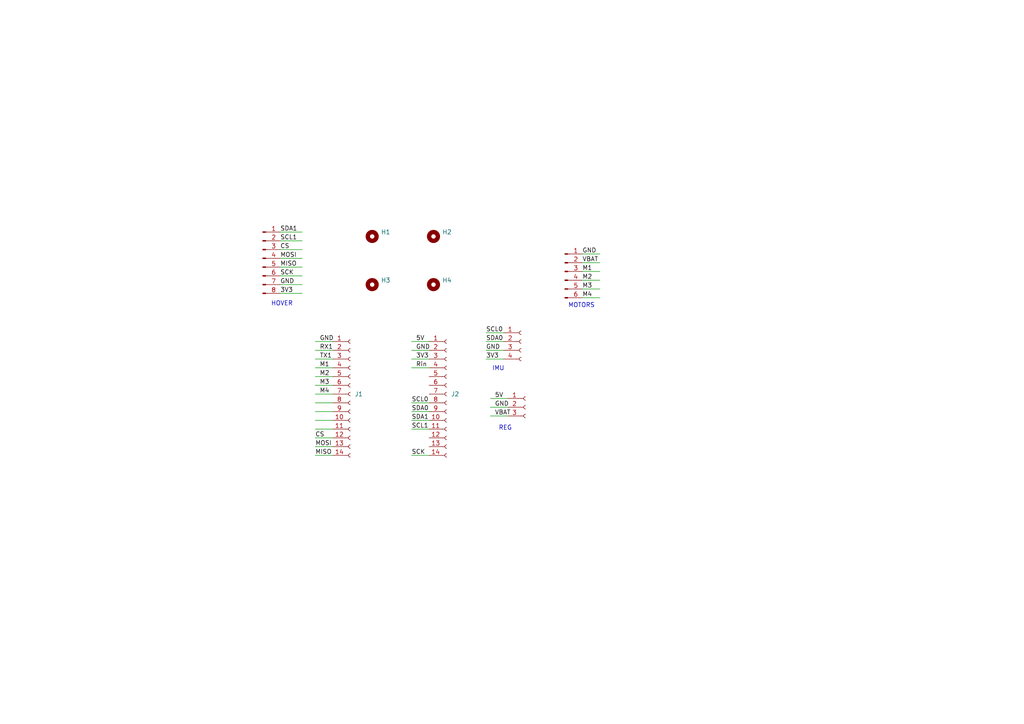
<source format=kicad_sch>
(kicad_sch (version 20250114) (generator "eeschema") (generator_version "9.0")
  (paper "A4")
  (lib_symbols
    (symbol "Connector:Conn_01x03_Socket" (pin_names (offset 1.016) (hide yes))
      (property "Reference" "J" (at 0 5.08 0))
      (property "Value" "Conn_01x03_Socket" (at 0 -5.08 0))
      (symbol "Conn_01x03_Socket_1_1"
        (polyline (pts (xy -1.27 2.54) (xy -0.508 2.54)) (stroke (width 0.1524)))
        (polyline (pts (xy -1.27 0) (xy -0.508 0)) (stroke (width 0.1524)))
        (polyline (pts (xy -1.27 -2.54) (xy -0.508 -2.54)) (stroke (width 0.1524)))
        (arc (start 0 2.032) (mid -0.5058 2.54) (end 0 3.048) (stroke (width 0.1524)))
        (arc (start 0 -0.508) (mid -0.5058 0) (end 0 0.508) (stroke (width 0.1524)))
        (arc (start 0 -3.048) (mid -0.5058 -2.54) (end 0 -2.032) (stroke (width 0.1524)))
        (pin passive line (at -5.08 2.54 0) (length 3.81) (name "Pin_1") (number "1"))
        (pin passive line (at -5.08 0 0) (length 3.81) (name "Pin_2") (number "2"))
        (pin passive line (at -5.08 -2.54 0) (length 3.81) (name "Pin_3") (number "3"))
      )
    )
    (symbol "Connector:Conn_01x04_Socket" (pin_names (offset 1.016) (hide yes))
      (property "Reference" "J" (at 0 5.08 0))
      (property "Value" "Conn_01x04_Socket" (at 0 -7.62 0))
      (symbol "Conn_01x04_Socket_1_1"
        (polyline (pts (xy -1.27 2.54) (xy -0.508 2.54)) (stroke (width 0.1524)))
        (polyline (pts (xy -1.27 0) (xy -0.508 0)) (stroke (width 0.1524)))
        (polyline (pts (xy -1.27 -2.54) (xy -0.508 -2.54)) (stroke (width 0.1524)))
        (polyline (pts (xy -1.27 -5.08) (xy -0.508 -5.08)) (stroke (width 0.1524)))
        (arc (start 0 2.032) (mid -0.5058 2.54) (end 0 3.048) (stroke (width 0.1524)))
        (arc (start 0 -0.508) (mid -0.5058 0) (end 0 0.508) (stroke (width 0.1524)))
        (arc (start 0 -3.048) (mid -0.5058 -2.54) (end 0 -2.032) (stroke (width 0.1524)))
        (arc (start 0 -5.588) (mid -0.5058 -5.08) (end 0 -4.572) (stroke (width 0.1524)))
        (pin passive line (at -5.08 2.54 0) (length 3.81) (name "Pin_1") (number "1"))
        (pin passive line (at -5.08 0 0) (length 3.81) (name "Pin_2") (number "2"))
        (pin passive line (at -5.08 -2.54 0) (length 3.81) (name "Pin_3") (number "3"))
        (pin passive line (at -5.08 -5.08 0) (length 3.81) (name "Pin_4") (number "4"))
      )
    )
    (symbol "Connector:Conn_01x06_Pin" (pin_names (offset 1.016) (hide yes))
      (property "Reference" "J" (at 0 7.62 0))
      (property "Value" "Conn_01x06_Pin" (at 0 -10.16 0))
      (symbol "Conn_01x06_Pin_1_1"
        (rectangle (start 0.8636 5.207) (end 0 4.953) (stroke (width 0.1524)) (fill (type outline)))
        (rectangle (start 0.8636 2.667) (end 0 2.413) (stroke (width 0.1524)) (fill (type outline)))
        (rectangle (start 0.8636 0.127) (end 0 -0.127) (stroke (width 0.1524)) (fill (type outline)))
        (rectangle (start 0.8636 -2.413) (end 0 -2.667) (stroke (width 0.1524)) (fill (type outline)))
        (rectangle (start 0.8636 -4.953) (end 0 -5.207) (stroke (width 0.1524)) (fill (type outline)))
        (rectangle (start 0.8636 -7.493) (end 0 -7.747) (stroke (width 0.1524)) (fill (type outline)))
        (polyline (pts (xy 1.27 5.08) (xy 0.8636 5.08)) (stroke (width 0.1524)))
        (polyline (pts (xy 1.27 2.54) (xy 0.8636 2.54)) (stroke (width 0.1524)))
        (polyline (pts (xy 1.27 0) (xy 0.8636 0)) (stroke (width 0.1524)))
        (polyline (pts (xy 1.27 -2.54) (xy 0.8636 -2.54)) (stroke (width 0.1524)))
        (polyline (pts (xy 1.27 -5.08) (xy 0.8636 -5.08)) (stroke (width 0.1524)))
        (polyline (pts (xy 1.27 -7.62) (xy 0.8636 -7.62)) (stroke (width 0.1524)))
        (pin passive line (at 5.08 5.08 180) (length 3.81) (name "Pin_1") (number "1"))
        (pin passive line (at 5.08 2.54 180) (length 3.81) (name "Pin_2") (number "2"))
        (pin passive line (at 5.08 0 180) (length 3.81) (name "Pin_3") (number "3"))
        (pin passive line (at 5.08 -2.54 180) (length 3.81) (name "Pin_4") (number "4"))
        (pin passive line (at 5.08 -5.08 180) (length 3.81) (name "Pin_5") (number "5"))
        (pin passive line (at 5.08 -7.62 180) (length 3.81) (name "Pin_6") (number "6"))
      )
    )
    (symbol "Connector:Conn_01x08_Pin" (pin_names (offset 1.016) (hide yes))
      (property "Reference" "J" (at 0 10.16 0))
      (property "Value" "Conn_01x08_Pin" (at 0 -12.7 0))
      (symbol "Conn_01x08_Pin_1_1"
        (rectangle (start 0.8636 7.747) (end 0 7.493) (stroke (width 0.1524)) (fill (type outline)))
        (rectangle (start 0.8636 5.207) (end 0 4.953) (stroke (width 0.1524)) (fill (type outline)))
        (rectangle (start 0.8636 2.667) (end 0 2.413) (stroke (width 0.1524)) (fill (type outline)))
        (rectangle (start 0.8636 0.127) (end 0 -0.127) (stroke (width 0.1524)) (fill (type outline)))
        (rectangle (start 0.8636 -2.413) (end 0 -2.667) (stroke (width 0.1524)) (fill (type outline)))
        (rectangle (start 0.8636 -4.953) (end 0 -5.207) (stroke (width 0.1524)) (fill (type outline)))
        (rectangle (start 0.8636 -7.493) (end 0 -7.747) (stroke (width 0.1524)) (fill (type outline)))
        (rectangle (start 0.8636 -10.033) (end 0 -10.287) (stroke (width 0.1524)) (fill (type outline)))
        (polyline (pts (xy 1.27 7.62) (xy 0.8636 7.62)) (stroke (width 0.1524)))
        (polyline (pts (xy 1.27 5.08) (xy 0.8636 5.08)) (stroke (width 0.1524)))
        (polyline (pts (xy 1.27 2.54) (xy 0.8636 2.54)) (stroke (width 0.1524)))
        (polyline (pts (xy 1.27 0) (xy 0.8636 0)) (stroke (width 0.1524)))
        (polyline (pts (xy 1.27 -2.54) (xy 0.8636 -2.54)) (stroke (width 0.1524)))
        (polyline (pts (xy 1.27 -5.08) (xy 0.8636 -5.08)) (stroke (width 0.1524)))
        (polyline (pts (xy 1.27 -7.62) (xy 0.8636 -7.62)) (stroke (width 0.1524)))
        (polyline (pts (xy 1.27 -10.16) (xy 0.8636 -10.16)) (stroke (width 0.1524)))
        (pin passive line (at 5.08 7.62 180) (length 3.81) (name "Pin_1") (number "1"))
        (pin passive line (at 5.08 5.08 180) (length 3.81) (name "Pin_2") (number "2"))
        (pin passive line (at 5.08 2.54 180) (length 3.81) (name "Pin_3") (number "3"))
        (pin passive line (at 5.08 0 180) (length 3.81) (name "Pin_4") (number "4"))
        (pin passive line (at 5.08 -2.54 180) (length 3.81) (name "Pin_5") (number "5"))
        (pin passive line (at 5.08 -5.08 180) (length 3.81) (name "Pin_6") (number "6"))
        (pin passive line (at 5.08 -7.62 180) (length 3.81) (name "Pin_7") (number "7"))
        (pin passive line (at 5.08 -10.16 180) (length 3.81) (name "Pin_8") (number "8"))
      )
    )
    (symbol "Connector:Conn_01x14_Socket" (pin_names (offset 1.016) (hide yes))
      (property "Reference" "J" (at 0 17.78 0))
      (property "Value" "Conn_01x14_Socket" (at 0 -20.32 0))
      (symbol "Conn_01x14_Socket_1_1"
        (polyline (pts (xy -1.27 15.24) (xy -0.508 15.24)) (stroke (width 0.1524)))
        (polyline (pts (xy -1.27 12.7) (xy -0.508 12.7)) (stroke (width 0.1524)))
        (polyline (pts (xy -1.27 10.16) (xy -0.508 10.16)) (stroke (width 0.1524)))
        (polyline (pts (xy -1.27 7.62) (xy -0.508 7.62)) (stroke (width 0.1524)))
        (polyline (pts (xy -1.27 5.08) (xy -0.508 5.08)) (stroke (width 0.1524)))
        (polyline (pts (xy -1.27 2.54) (xy -0.508 2.54)) (stroke (width 0.1524)))
        (polyline (pts (xy -1.27 0) (xy -0.508 0)) (stroke (width 0.1524)))
        (polyline (pts (xy -1.27 -2.54) (xy -0.508 -2.54)) (stroke (width 0.1524)))
        (polyline (pts (xy -1.27 -5.08) (xy -0.508 -5.08)) (stroke (width 0.1524)))
        (polyline (pts (xy -1.27 -7.62) (xy -0.508 -7.62)) (stroke (width 0.1524)))
        (polyline (pts (xy -1.27 -10.16) (xy -0.508 -10.16)) (stroke (width 0.1524)))
        (polyline (pts (xy -1.27 -12.7) (xy -0.508 -12.7)) (stroke (width 0.1524)))
        (polyline (pts (xy -1.27 -15.24) (xy -0.508 -15.24)) (stroke (width 0.1524)))
        (polyline (pts (xy -1.27 -17.78) (xy -0.508 -17.78)) (stroke (width 0.1524)))
        (arc (start 0 14.732) (mid -0.5058 15.24) (end 0 15.748) (stroke (width 0.1524)))
        (arc (start 0 12.192) (mid -0.5058 12.7) (end 0 13.208) (stroke (width 0.1524)))
        (arc (start 0 9.652) (mid -0.5058 10.16) (end 0 10.668) (stroke (width 0.1524)))
        (arc (start 0 7.112) (mid -0.5058 7.62) (end 0 8.128) (stroke (width 0.1524)))
        (arc (start 0 4.572) (mid -0.5058 5.08) (end 0 5.588) (stroke (width 0.1524)))
        (arc (start 0 2.032) (mid -0.5058 2.54) (end 0 3.048) (stroke (width 0.1524)))
        (arc (start 0 -0.508) (mid -0.5058 0) (end 0 0.508) (stroke (width 0.1524)))
        (arc (start 0 -3.048) (mid -0.5058 -2.54) (end 0 -2.032) (stroke (width 0.1524)))
        (arc (start 0 -5.588) (mid -0.5058 -5.08) (end 0 -4.572) (stroke (width 0.1524)))
        (arc (start 0 -8.128) (mid -0.5058 -7.62) (end 0 -7.112) (stroke (width 0.1524)))
        (arc (start 0 -10.668) (mid -0.5058 -10.16) (end 0 -9.652) (stroke (width 0.1524)))
        (arc (start 0 -13.208) (mid -0.5058 -12.7) (end 0 -12.192) (stroke (width 0.1524)))
        (arc (start 0 -15.748) (mid -0.5058 -15.24) (end 0 -14.732) (stroke (width 0.1524)))
        (arc (start 0 -18.288) (mid -0.5058 -17.78) (end 0 -17.272) (stroke (width 0.1524)))
        (pin passive line (at -5.08 15.24 0) (length 3.81) (name "Pin_1") (number "1"))
        (pin passive line (at -5.08 12.7 0) (length 3.81) (name "Pin_2") (number "2"))
        (pin passive line (at -5.08 10.16 0) (length 3.81) (name "Pin_3") (number "3"))
        (pin passive line (at -5.08 7.62 0) (length 3.81) (name "Pin_4") (number "4"))
        (pin passive line (at -5.08 5.08 0) (length 3.81) (name "Pin_5") (number "5"))
        (pin passive line (at -5.08 2.54 0) (length 3.81) (name "Pin_6") (number "6"))
        (pin passive line (at -5.08 0 0) (length 3.81) (name "Pin_7") (number "7"))
        (pin passive line (at -5.08 -2.54 0) (length 3.81) (name "Pin_8") (number "8"))
        (pin passive line (at -5.08 -5.08 0) (length 3.81) (name "Pin_9") (number "9"))
        (pin passive line (at -5.08 -7.62 0) (length 3.81) (name "Pin_10") (number "10"))
        (pin passive line (at -5.08 -10.16 0) (length 3.81) (name "Pin_11") (number "11"))
        (pin passive line (at -5.08 -12.7 0) (length 3.81) (name "Pin_12") (number "12"))
        (pin passive line (at -5.08 -15.24 0) (length 3.81) (name "Pin_13") (number "13"))
        (pin passive line (at -5.08 -17.78 0) (length 3.81) (name "Pin_14") (number "14"))
      )
    )
    (symbol "Mechanical:MountingHole" (pin_names (offset 1.016)) (in_bom no)
      (property "Reference" "H" (at 0 5.08 0))
      (property "Value" "MountingHole" (at 0 3.175 0))
      (symbol "MountingHole_0_1"
        (circle (center 0 0) (radius 1.27) (stroke (width 1.27)))
      )
    )
  )
  (text "HOVER" (at 81.788 88.138 0) (effects (font (size 1.27 1.27))))
  (text "REG" (at 146.558 124.206 0) (effects (font (size 1.27 1.27))))
  (text "IMU" (at 144.526 106.934 0) (effects (font (size 1.27 1.27))))
  (text "MOTORS" (at 168.656 88.646 0) (effects (font (size 1.27 1.27))))
  (wire (pts (xy 119.38 99.06) (xy 124.46 99.06)))
  (wire (pts (xy 168.91 81.28) (xy 173.99 81.28)))
  (wire (pts (xy 142.24 118.11) (xy 147.32 118.11)))
  (wire (pts (xy 140.97 96.52) (xy 146.05 96.52)))
  (wire (pts (xy 91.44 129.54) (xy 96.52 129.54)))
  (wire (pts (xy 81.28 67.31) (xy 87.63 67.31)))
  (wire (pts (xy 119.38 119.38) (xy 124.46 119.38)))
  (wire (pts (xy 168.91 86.36) (xy 173.99 86.36)))
  (wire (pts (xy 119.38 101.6) (xy 124.46 101.6)))
  (wire (pts (xy 91.44 111.76) (xy 96.52 111.76)))
  (wire (pts (xy 81.28 77.47) (xy 87.63 77.47)))
  (wire (pts (xy 140.97 104.14) (xy 146.05 104.14)))
  (wire (pts (xy 168.91 83.82) (xy 173.99 83.82)))
  (wire (pts (xy 91.44 101.6) (xy 96.52 101.6)))
  (wire (pts (xy 168.91 73.66) (xy 173.99 73.66)))
  (wire (pts (xy 119.38 121.92) (xy 124.46 121.92)))
  (wire (pts (xy 91.44 127) (xy 96.52 127)))
  (wire (pts (xy 91.44 121.92) (xy 96.52 121.92)))
  (wire (pts (xy 119.38 106.68) (xy 124.46 106.68)))
  (wire (pts (xy 91.44 106.68) (xy 96.52 106.68)))
  (wire (pts (xy 91.44 114.3) (xy 96.52 114.3)))
  (wire (pts (xy 81.28 74.93) (xy 87.63 74.93)))
  (wire (pts (xy 91.44 116.84) (xy 96.52 116.84)))
  (wire (pts (xy 142.24 115.57) (xy 147.32 115.57)))
  (wire (pts (xy 168.91 78.74) (xy 173.99 78.74)))
  (wire (pts (xy 119.38 124.46) (xy 124.46 124.46)))
  (wire (pts (xy 119.38 116.84) (xy 124.46 116.84)))
  (wire (pts (xy 140.97 101.6) (xy 146.05 101.6)))
  (wire (pts (xy 140.97 99.06) (xy 146.05 99.06)))
  (wire (pts (xy 81.28 69.85) (xy 87.63 69.85)))
  (wire (pts (xy 81.28 85.09) (xy 87.63 85.09)))
  (wire (pts (xy 81.28 72.39) (xy 87.63 72.39)))
  (wire (pts (xy 91.44 132.08) (xy 96.52 132.08)))
  (wire (pts (xy 81.28 82.55) (xy 87.63 82.55)))
  (wire (pts (xy 142.24 120.65) (xy 147.32 120.65)))
  (wire (pts (xy 91.44 104.14) (xy 96.52 104.14)))
  (wire (pts (xy 91.44 109.22) (xy 96.52 109.22)))
  (wire (pts (xy 81.28 80.01) (xy 87.63 80.01)))
  (wire (pts (xy 91.44 124.46) (xy 96.52 124.46)))
  (wire (pts (xy 91.44 119.38) (xy 96.52 119.38)))
  (wire (pts (xy 119.38 132.08) (xy 124.46 132.08)))
  (wire (pts (xy 119.38 104.14) (xy 124.46 104.14)))
  (wire (pts (xy 168.91 76.2) (xy 173.99 76.2)))
  (wire (pts (xy 91.44 99.06) (xy 96.52 99.06)))
  (label "SDA1" (at 81.28 67.31 0))
  (label "M3" (at 168.91 83.82 0))
  (label "SDA0" (at 119.38 119.38 0))
  (label "GND" (at 92.71 99.06 0))
  (label "SCK" (at 119.38 132.08 0))
  (label "M2" (at 168.91 81.28 0))
  (label "VBAT" (at 143.51 120.65 0))
  (label "CS" (at 91.44 127 0))
  (label "SDA0" (at 140.97 99.06 0))
  (label "GND" (at 120.65 101.6 0))
  (label "M2" (at 92.71 109.22 0))
  (label "MISO" (at 91.44 132.08 0))
  (label "SCK" (at 81.28 80.01 0))
  (label "3V3" (at 81.28 85.09 0))
  (label "VBAT" (at 168.91 76.2 0))
  (label "5V" (at 143.51 115.57 0))
  (label "CS" (at 81.28 72.39 0))
  (label "M3" (at 92.71 111.76 0))
  (label "GND" (at 81.28 82.55 0))
  (label "SCL0" (at 119.38 116.84 0))
  (label "M1" (at 92.71 106.68 0))
  (label "MOSI" (at 81.28 74.93 0))
  (label "MOSI" (at 91.44 129.54 0))
  (label "M4" (at 92.71 114.3 0))
  (label "GND" (at 143.51 118.11 0))
  (label "MISO" (at 81.28 77.47 0))
  (label "M1" (at 168.91 78.74 0))
  (label "GND" (at 140.97 101.6 0))
  (label "Rin" (at 120.65 106.68 0))
  (label "5V" (at 120.65 99.06 0))
  (label "TX1" (at 92.71 104.14 0))
  (label "SCL0" (at 140.97 96.52 0))
  (label "3V3" (at 140.97 104.14 0))
  (label "GND" (at 168.91 73.66 0))
  (label "3V3" (at 120.65 104.14 0))
  (label "SCL1" (at 119.38 124.46 0))
  (label "SDA1" (at 119.38 121.92 0))
  (label "SCL1" (at 81.28 69.85 0))
  (label "RX1" (at 92.71 101.6 0))
  (label "M4" (at 168.91 86.36 0))
  (symbol (lib_id "Connector:Conn_01x04_Socket") (at 151.13 99.06 0) (unit 1)
    (property "Reference" "J3" (effects (hide yes)))
    (property "Value" "Conn_01x04_Socket" (effects (hide yes)))
    (property "Footprint" "Connector_PinHeader_2.54mm:PinHeader_1x04_P2.54mm_Vertical" (effects (hide yes)))
    (property "Description" "Generic connector, single row, 01x04, script generated" (effects (hide yes)))
  )
  (symbol (lib_id "Mechanical:MountingHole") (at 125.73 82.55 0) (unit 1) (in_bom no)
    (property "Reference" "H4" (at 128.27 81.2799 0) (effects (justify left)))
    (property "Value" "MountingHole" (effects (hide yes)))
    (property "Footprint" "MountingHole:MountingHole_2.5mm" (effects (hide yes)))
    (property "Description" "Mounting Hole without connection" (effects (hide yes)))
  )
  (symbol (lib_id "Mechanical:MountingHole") (at 107.95 82.55 0) (unit 1) (in_bom no)
    (property "Reference" "H3" (at 110.49 81.2799 0) (effects (justify left)))
    (property "Value" "MountingHole" (effects (hide yes)))
    (property "Footprint" "MountingHole:MountingHole_2.5mm" (effects (hide yes)))
    (property "Description" "Mounting Hole without connection" (effects (hide yes)))
  )
  (symbol (lib_id "Connector:Conn_01x14_Socket") (at 129.54 114.3 0) (unit 1)
    (property "Reference" "J2" (at 130.81 114.2999 0) (effects (justify left)))
    (property "Value" "Conn_01x14_Socket" (effects (hide yes)))
    (property "Footprint" "Connector_PinSocket_2.54mm:PinSocket_1x14_P2.54mm_Vertical" (effects (hide yes)))
    (property "Description" "Generic connector, single row, 01x14, script generated" (effects (hide yes)))
  )
  (symbol (lib_id "Mechanical:MountingHole") (at 125.73 68.58 0) (unit 1) (in_bom no)
    (property "Reference" "H2" (at 128.27 67.3099 0) (effects (justify left)))
    (property "Value" "MountingHole" (effects (hide yes)))
    (property "Footprint" "MountingHole:MountingHole_2.5mm" (effects (hide yes)))
    (property "Description" "Mounting Hole without connection" (effects (hide yes)))
  )
  (symbol (lib_id "Connector:Conn_01x14_Socket") (at 101.6 114.3 0) (unit 1)
    (property "Reference" "J1" (at 102.87 114.2999 0) (effects (justify left)))
    (property "Value" "Conn_01x14_Socket" (effects (hide yes)))
    (property "Footprint" "Connector_PinSocket_2.54mm:PinSocket_1x14_P2.54mm_Vertical" (effects (hide yes)))
    (property "Description" "Generic connector, single row, 01x14, script generated" (effects (hide yes)))
  )
  (symbol (lib_id "Connector:Conn_01x08_Pin") (at 76.2 74.93 0) (unit 1)
    (property "Reference" "J7" (effects (hide yes)))
    (property "Value" "Conn_01x08_Pin" (effects (hide yes)))
    (property "Footprint" "Connector_PinSocket_2.00mm:PinSocket_1x08_P2.00mm_Vertical" (effects (hide yes)))
    (property "Description" "Generic connector, single row, 01x08, script generated" (effects (hide yes)))
  )
  (symbol (lib_id "Connector:Conn_01x06_Pin") (at 163.83 78.74 0) (unit 1)
    (property "Reference" "J5" (effects (hide yes)))
    (property "Value" "Conn_01x06_Pin" (effects (hide yes)))
    (property "Footprint" "Connector_PinHeader_2.00mm:PinHeader_1x06_P2.00mm_Vertical" (effects (hide yes)))
    (property "Description" "Generic connector, single row, 01x06, script generated" (effects (hide yes)))
  )
  (symbol (lib_id "Mechanical:MountingHole") (at 107.95 68.58 0) (unit 1) (in_bom no)
    (property "Reference" "H1" (at 110.49 67.3099 0) (effects (justify left)))
    (property "Value" "MountingHole" (effects (hide yes)))
    (property "Footprint" "MountingHole:MountingHole_2.5mm" (effects (hide yes)))
    (property "Description" "Mounting Hole without connection" (effects (hide yes)))
  )
  (symbol (lib_id "Connector:Conn_01x03_Socket") (at 152.4 118.11 0) (unit 1)
    (property "Reference" "J4" (effects (hide yes)))
    (property "Value" "Conn_01x03_Socket" (effects (hide yes)))
    (property "Footprint" "Connector_PinHeader_2.54mm:PinHeader_1x03_P2.54mm_Vertical" (effects (hide yes)))
    (property "Description" "Generic connector, single row, 01x03, script generated" (effects (hide yes)))
  )
)
</source>
